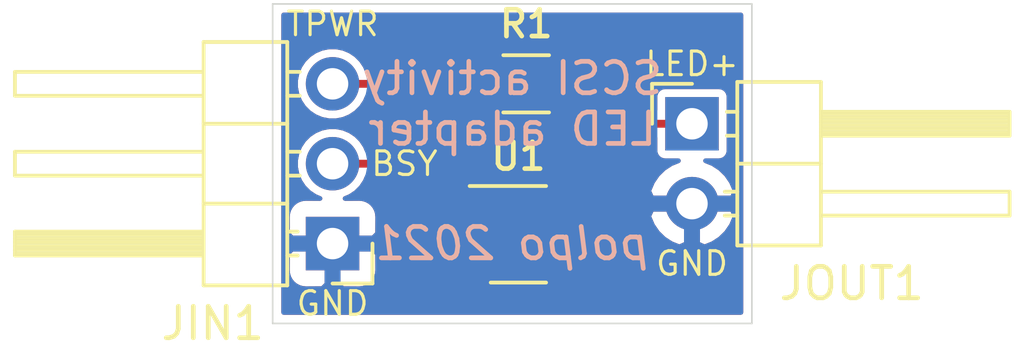
<source format=kicad_pcb>
(kicad_pcb (version 20171130) (host pcbnew "(5.1.10-1-10_14)")

  (general
    (thickness 1.6)
    (drawings 11)
    (tracks 27)
    (zones 0)
    (modules 4)
    (nets 6)
  )

  (page A4)
  (layers
    (0 F.Cu signal)
    (31 B.Cu signal)
    (32 B.Adhes user)
    (33 F.Adhes user)
    (34 B.Paste user)
    (35 F.Paste user)
    (36 B.SilkS user)
    (37 F.SilkS user)
    (38 B.Mask user)
    (39 F.Mask user)
    (40 Dwgs.User user)
    (41 Cmts.User user)
    (42 Eco1.User user)
    (43 Eco2.User user)
    (44 Edge.Cuts user)
    (45 Margin user)
    (46 B.CrtYd user)
    (47 F.CrtYd user hide)
    (48 B.Fab user)
    (49 F.Fab user hide)
  )

  (setup
    (last_trace_width 0.25)
    (trace_clearance 0.2)
    (zone_clearance 0.508)
    (zone_45_only no)
    (trace_min 0.2)
    (via_size 0.8)
    (via_drill 0.4)
    (via_min_size 0.4)
    (via_min_drill 0.3)
    (uvia_size 0.3)
    (uvia_drill 0.1)
    (uvias_allowed no)
    (uvia_min_size 0.2)
    (uvia_min_drill 0.1)
    (edge_width 0.05)
    (segment_width 0.2)
    (pcb_text_width 0.3)
    (pcb_text_size 1.5 1.5)
    (mod_edge_width 0.12)
    (mod_text_size 1 1)
    (mod_text_width 0.15)
    (pad_size 1.524 1.524)
    (pad_drill 0.762)
    (pad_to_mask_clearance 0)
    (aux_axis_origin 0 0)
    (visible_elements FFFFFF7F)
    (pcbplotparams
      (layerselection 0x010fc_ffffffff)
      (usegerberextensions false)
      (usegerberattributes true)
      (usegerberadvancedattributes true)
      (creategerberjobfile true)
      (excludeedgelayer true)
      (linewidth 0.100000)
      (plotframeref false)
      (viasonmask false)
      (mode 1)
      (useauxorigin false)
      (hpglpennumber 1)
      (hpglpenspeed 20)
      (hpglpendiameter 15.000000)
      (psnegative false)
      (psa4output false)
      (plotreference true)
      (plotvalue true)
      (plotinvisibletext false)
      (padsonsilk false)
      (subtractmaskfromsilk false)
      (outputformat 1)
      (mirror false)
      (drillshape 1)
      (scaleselection 1)
      (outputdirectory ""))
  )

  (net 0 "")
  (net 1 GND)
  (net 2 "Net-(JIN1-Pad2)")
  (net 3 VCC)
  (net 4 "Net-(JOUT1-Pad1)")
  (net 5 "Net-(R1-Pad2)")

  (net_class Default "This is the default net class."
    (clearance 0.2)
    (trace_width 0.25)
    (via_dia 0.8)
    (via_drill 0.4)
    (uvia_dia 0.3)
    (uvia_drill 0.1)
    (add_net GND)
    (add_net "Net-(JIN1-Pad2)")
    (add_net "Net-(JOUT1-Pad1)")
    (add_net "Net-(R1-Pad2)")
    (add_net VCC)
  )

  (module Package_TO_SOT_SMD:TSOT-23-5_HandSoldering (layer F.Cu) (tedit 5A02FF57) (tstamp 61897458)
    (at 153.23 69.53)
    (descr "5-pin TSOT23 package, http://cds.linear.com/docs/en/packaging/SOT_5_05-08-1635.pdf")
    (tags "TSOT-23-5 Hand-soldering")
    (path /6189BC0D)
    (attr smd)
    (fp_text reference U1 (at 0 -2.45) (layer F.SilkS)
      (effects (font (size 0.85 0.85) (thickness 0.15)))
    )
    (fp_text value 74AHC1G04 (at 0 2.5) (layer F.Fab)
      (effects (font (size 1 1) (thickness 0.15)))
    )
    (fp_line (start 2.96 1.7) (end -2.96 1.7) (layer F.CrtYd) (width 0.05))
    (fp_line (start 2.96 1.7) (end 2.96 -1.7) (layer F.CrtYd) (width 0.05))
    (fp_line (start -2.96 -1.7) (end -2.96 1.7) (layer F.CrtYd) (width 0.05))
    (fp_line (start -2.96 -1.7) (end 2.96 -1.7) (layer F.CrtYd) (width 0.05))
    (fp_line (start 0.88 -1.45) (end 0.88 1.45) (layer F.Fab) (width 0.1))
    (fp_line (start 0.88 1.45) (end -0.88 1.45) (layer F.Fab) (width 0.1))
    (fp_line (start -0.88 -1) (end -0.88 1.45) (layer F.Fab) (width 0.1))
    (fp_line (start 0.88 -1.45) (end -0.43 -1.45) (layer F.Fab) (width 0.1))
    (fp_line (start -0.88 -1) (end -0.43 -1.45) (layer F.Fab) (width 0.1))
    (fp_line (start 0.88 -1.51) (end -1.55 -1.51) (layer F.SilkS) (width 0.12))
    (fp_line (start -0.88 1.56) (end 0.88 1.56) (layer F.SilkS) (width 0.12))
    (fp_text user %R (at 0 0 90) (layer F.Fab)
      (effects (font (size 0.5 0.5) (thickness 0.075)))
    )
    (pad 5 smd rect (at 1.71 -0.95) (size 2 0.65) (layers F.Cu F.Paste F.Mask)
      (net 3 VCC))
    (pad 4 smd rect (at 1.71 0.95) (size 2 0.65) (layers F.Cu F.Paste F.Mask)
      (net 5 "Net-(R1-Pad2)"))
    (pad 3 smd rect (at -1.71 0.95) (size 2 0.65) (layers F.Cu F.Paste F.Mask)
      (net 1 GND))
    (pad 2 smd rect (at -1.71 0) (size 2 0.65) (layers F.Cu F.Paste F.Mask)
      (net 2 "Net-(JIN1-Pad2)"))
    (pad 1 smd rect (at -1.71 -0.95) (size 2 0.65) (layers F.Cu F.Paste F.Mask))
    (model ${KISYS3DMOD}/Package_TO_SOT_SMD.3dshapes/TSOT-23-5.wrl
      (at (xyz 0 0 0))
      (scale (xyz 1 1 1))
      (rotate (xyz 0 0 0))
    )
  )

  (module Resistor_SMD:R_1206_3216Metric (layer F.Cu) (tedit 5F68FEEE) (tstamp 61897443)
    (at 153.4775 64.77 180)
    (descr "Resistor SMD 1206 (3216 Metric), square (rectangular) end terminal, IPC_7351 nominal, (Body size source: IPC-SM-782 page 72, https://www.pcb-3d.com/wordpress/wp-content/uploads/ipc-sm-782a_amendment_1_and_2.pdf), generated with kicad-footprint-generator")
    (tags resistor)
    (path /6189CF99)
    (attr smd)
    (fp_text reference R1 (at 0 1.905) (layer F.SilkS)
      (effects (font (size 0.85 0.85) (thickness 0.15)))
    )
    (fp_text value 150 (at 0 1.82) (layer F.Fab)
      (effects (font (size 1 1) (thickness 0.15)))
    )
    (fp_line (start 2.28 1.12) (end -2.28 1.12) (layer F.CrtYd) (width 0.05))
    (fp_line (start 2.28 -1.12) (end 2.28 1.12) (layer F.CrtYd) (width 0.05))
    (fp_line (start -2.28 -1.12) (end 2.28 -1.12) (layer F.CrtYd) (width 0.05))
    (fp_line (start -2.28 1.12) (end -2.28 -1.12) (layer F.CrtYd) (width 0.05))
    (fp_line (start -0.727064 0.91) (end 0.727064 0.91) (layer F.SilkS) (width 0.12))
    (fp_line (start -0.727064 -0.91) (end 0.727064 -0.91) (layer F.SilkS) (width 0.12))
    (fp_line (start 1.6 0.8) (end -1.6 0.8) (layer F.Fab) (width 0.1))
    (fp_line (start 1.6 -0.8) (end 1.6 0.8) (layer F.Fab) (width 0.1))
    (fp_line (start -1.6 -0.8) (end 1.6 -0.8) (layer F.Fab) (width 0.1))
    (fp_line (start -1.6 0.8) (end -1.6 -0.8) (layer F.Fab) (width 0.1))
    (fp_text user %R (at 0 0) (layer F.Fab)
      (effects (font (size 0.8 0.8) (thickness 0.12)))
    )
    (pad 2 smd roundrect (at 1.4625 0 180) (size 1.125 1.75) (layers F.Cu F.Paste F.Mask) (roundrect_rratio 0.222222)
      (net 5 "Net-(R1-Pad2)"))
    (pad 1 smd roundrect (at -1.4625 0 180) (size 1.125 1.75) (layers F.Cu F.Paste F.Mask) (roundrect_rratio 0.222222)
      (net 4 "Net-(JOUT1-Pad1)"))
    (model ${KISYS3DMOD}/Resistor_SMD.3dshapes/R_1206_3216Metric.wrl
      (at (xyz 0 0 0))
      (scale (xyz 1 1 1))
      (rotate (xyz 0 0 0))
    )
  )

  (module Connector_PinHeader_2.54mm:PinHeader_1x02_P2.54mm_Horizontal (layer F.Cu) (tedit 59FED5CB) (tstamp 61897432)
    (at 158.75 66.04)
    (descr "Through hole angled pin header, 1x02, 2.54mm pitch, 6mm pin length, single row")
    (tags "Through hole angled pin header THT 1x02 2.54mm single row")
    (path /6189FB26)
    (fp_text reference JOUT1 (at 5.08 5.08) (layer F.SilkS)
      (effects (font (size 1 1) (thickness 0.15)))
    )
    (fp_text value Conn_01x02_Male (at 4.385 4.81) (layer F.Fab)
      (effects (font (size 1 1) (thickness 0.15)))
    )
    (fp_line (start 10.55 -1.8) (end -1.8 -1.8) (layer F.CrtYd) (width 0.05))
    (fp_line (start 10.55 4.35) (end 10.55 -1.8) (layer F.CrtYd) (width 0.05))
    (fp_line (start -1.8 4.35) (end 10.55 4.35) (layer F.CrtYd) (width 0.05))
    (fp_line (start -1.8 -1.8) (end -1.8 4.35) (layer F.CrtYd) (width 0.05))
    (fp_line (start -1.27 -1.27) (end 0 -1.27) (layer F.SilkS) (width 0.12))
    (fp_line (start -1.27 0) (end -1.27 -1.27) (layer F.SilkS) (width 0.12))
    (fp_line (start 1.042929 2.92) (end 1.44 2.92) (layer F.SilkS) (width 0.12))
    (fp_line (start 1.042929 2.16) (end 1.44 2.16) (layer F.SilkS) (width 0.12))
    (fp_line (start 10.1 2.92) (end 4.1 2.92) (layer F.SilkS) (width 0.12))
    (fp_line (start 10.1 2.16) (end 10.1 2.92) (layer F.SilkS) (width 0.12))
    (fp_line (start 4.1 2.16) (end 10.1 2.16) (layer F.SilkS) (width 0.12))
    (fp_line (start 1.44 1.27) (end 4.1 1.27) (layer F.SilkS) (width 0.12))
    (fp_line (start 1.11 0.38) (end 1.44 0.38) (layer F.SilkS) (width 0.12))
    (fp_line (start 1.11 -0.38) (end 1.44 -0.38) (layer F.SilkS) (width 0.12))
    (fp_line (start 4.1 0.28) (end 10.1 0.28) (layer F.SilkS) (width 0.12))
    (fp_line (start 4.1 0.16) (end 10.1 0.16) (layer F.SilkS) (width 0.12))
    (fp_line (start 4.1 0.04) (end 10.1 0.04) (layer F.SilkS) (width 0.12))
    (fp_line (start 4.1 -0.08) (end 10.1 -0.08) (layer F.SilkS) (width 0.12))
    (fp_line (start 4.1 -0.2) (end 10.1 -0.2) (layer F.SilkS) (width 0.12))
    (fp_line (start 4.1 -0.32) (end 10.1 -0.32) (layer F.SilkS) (width 0.12))
    (fp_line (start 10.1 0.38) (end 4.1 0.38) (layer F.SilkS) (width 0.12))
    (fp_line (start 10.1 -0.38) (end 10.1 0.38) (layer F.SilkS) (width 0.12))
    (fp_line (start 4.1 -0.38) (end 10.1 -0.38) (layer F.SilkS) (width 0.12))
    (fp_line (start 4.1 -1.33) (end 1.44 -1.33) (layer F.SilkS) (width 0.12))
    (fp_line (start 4.1 3.87) (end 4.1 -1.33) (layer F.SilkS) (width 0.12))
    (fp_line (start 1.44 3.87) (end 4.1 3.87) (layer F.SilkS) (width 0.12))
    (fp_line (start 1.44 -1.33) (end 1.44 3.87) (layer F.SilkS) (width 0.12))
    (fp_line (start 4.04 2.86) (end 10.04 2.86) (layer F.Fab) (width 0.1))
    (fp_line (start 10.04 2.22) (end 10.04 2.86) (layer F.Fab) (width 0.1))
    (fp_line (start 4.04 2.22) (end 10.04 2.22) (layer F.Fab) (width 0.1))
    (fp_line (start -0.32 2.86) (end 1.5 2.86) (layer F.Fab) (width 0.1))
    (fp_line (start -0.32 2.22) (end -0.32 2.86) (layer F.Fab) (width 0.1))
    (fp_line (start -0.32 2.22) (end 1.5 2.22) (layer F.Fab) (width 0.1))
    (fp_line (start 4.04 0.32) (end 10.04 0.32) (layer F.Fab) (width 0.1))
    (fp_line (start 10.04 -0.32) (end 10.04 0.32) (layer F.Fab) (width 0.1))
    (fp_line (start 4.04 -0.32) (end 10.04 -0.32) (layer F.Fab) (width 0.1))
    (fp_line (start -0.32 0.32) (end 1.5 0.32) (layer F.Fab) (width 0.1))
    (fp_line (start -0.32 -0.32) (end -0.32 0.32) (layer F.Fab) (width 0.1))
    (fp_line (start -0.32 -0.32) (end 1.5 -0.32) (layer F.Fab) (width 0.1))
    (fp_line (start 1.5 -0.635) (end 2.135 -1.27) (layer F.Fab) (width 0.1))
    (fp_line (start 1.5 3.81) (end 1.5 -0.635) (layer F.Fab) (width 0.1))
    (fp_line (start 4.04 3.81) (end 1.5 3.81) (layer F.Fab) (width 0.1))
    (fp_line (start 4.04 -1.27) (end 4.04 3.81) (layer F.Fab) (width 0.1))
    (fp_line (start 2.135 -1.27) (end 4.04 -1.27) (layer F.Fab) (width 0.1))
    (fp_text user %R (at 2.77 1.27 90) (layer F.Fab)
      (effects (font (size 1 1) (thickness 0.15)))
    )
    (pad 2 thru_hole oval (at 0 2.54) (size 1.7 1.7) (drill 1) (layers *.Cu *.Mask)
      (net 1 GND))
    (pad 1 thru_hole rect (at 0 0) (size 1.7 1.7) (drill 1) (layers *.Cu *.Mask)
      (net 4 "Net-(JOUT1-Pad1)"))
    (model ${KISYS3DMOD}/Connector_PinHeader_2.54mm.3dshapes/PinHeader_1x02_P2.54mm_Horizontal.wrl
      (at (xyz 0 0 0))
      (scale (xyz 1 1 1))
      (rotate (xyz 0 0 0))
    )
  )

  (module Connector_PinHeader_2.54mm:PinHeader_1x03_P2.54mm_Horizontal (layer F.Cu) (tedit 59FED5CB) (tstamp 618973FF)
    (at 147.32 69.85 180)
    (descr "Through hole angled pin header, 1x03, 2.54mm pitch, 6mm pin length, single row")
    (tags "Through hole angled pin header THT 1x03 2.54mm single row")
    (path /6189E927)
    (fp_text reference JIN1 (at 3.81 -2.54) (layer F.SilkS)
      (effects (font (size 1 1) (thickness 0.15)))
    )
    (fp_text value Conn_01x03_Male (at 4.385 7.35) (layer F.Fab)
      (effects (font (size 1 1) (thickness 0.15)))
    )
    (fp_line (start 10.55 -1.8) (end -1.8 -1.8) (layer F.CrtYd) (width 0.05))
    (fp_line (start 10.55 6.85) (end 10.55 -1.8) (layer F.CrtYd) (width 0.05))
    (fp_line (start -1.8 6.85) (end 10.55 6.85) (layer F.CrtYd) (width 0.05))
    (fp_line (start -1.8 -1.8) (end -1.8 6.85) (layer F.CrtYd) (width 0.05))
    (fp_line (start -1.27 -1.27) (end 0 -1.27) (layer F.SilkS) (width 0.12))
    (fp_line (start -1.27 0) (end -1.27 -1.27) (layer F.SilkS) (width 0.12))
    (fp_line (start 1.042929 5.46) (end 1.44 5.46) (layer F.SilkS) (width 0.12))
    (fp_line (start 1.042929 4.7) (end 1.44 4.7) (layer F.SilkS) (width 0.12))
    (fp_line (start 10.1 5.46) (end 4.1 5.46) (layer F.SilkS) (width 0.12))
    (fp_line (start 10.1 4.7) (end 10.1 5.46) (layer F.SilkS) (width 0.12))
    (fp_line (start 4.1 4.7) (end 10.1 4.7) (layer F.SilkS) (width 0.12))
    (fp_line (start 1.44 3.81) (end 4.1 3.81) (layer F.SilkS) (width 0.12))
    (fp_line (start 1.042929 2.92) (end 1.44 2.92) (layer F.SilkS) (width 0.12))
    (fp_line (start 1.042929 2.16) (end 1.44 2.16) (layer F.SilkS) (width 0.12))
    (fp_line (start 10.1 2.92) (end 4.1 2.92) (layer F.SilkS) (width 0.12))
    (fp_line (start 10.1 2.16) (end 10.1 2.92) (layer F.SilkS) (width 0.12))
    (fp_line (start 4.1 2.16) (end 10.1 2.16) (layer F.SilkS) (width 0.12))
    (fp_line (start 1.44 1.27) (end 4.1 1.27) (layer F.SilkS) (width 0.12))
    (fp_line (start 1.11 0.38) (end 1.44 0.38) (layer F.SilkS) (width 0.12))
    (fp_line (start 1.11 -0.38) (end 1.44 -0.38) (layer F.SilkS) (width 0.12))
    (fp_line (start 4.1 0.28) (end 10.1 0.28) (layer F.SilkS) (width 0.12))
    (fp_line (start 4.1 0.16) (end 10.1 0.16) (layer F.SilkS) (width 0.12))
    (fp_line (start 4.1 0.04) (end 10.1 0.04) (layer F.SilkS) (width 0.12))
    (fp_line (start 4.1 -0.08) (end 10.1 -0.08) (layer F.SilkS) (width 0.12))
    (fp_line (start 4.1 -0.2) (end 10.1 -0.2) (layer F.SilkS) (width 0.12))
    (fp_line (start 4.1 -0.32) (end 10.1 -0.32) (layer F.SilkS) (width 0.12))
    (fp_line (start 10.1 0.38) (end 4.1 0.38) (layer F.SilkS) (width 0.12))
    (fp_line (start 10.1 -0.38) (end 10.1 0.38) (layer F.SilkS) (width 0.12))
    (fp_line (start 4.1 -0.38) (end 10.1 -0.38) (layer F.SilkS) (width 0.12))
    (fp_line (start 4.1 -1.33) (end 1.44 -1.33) (layer F.SilkS) (width 0.12))
    (fp_line (start 4.1 6.41) (end 4.1 -1.33) (layer F.SilkS) (width 0.12))
    (fp_line (start 1.44 6.41) (end 4.1 6.41) (layer F.SilkS) (width 0.12))
    (fp_line (start 1.44 -1.33) (end 1.44 6.41) (layer F.SilkS) (width 0.12))
    (fp_line (start 4.04 5.4) (end 10.04 5.4) (layer F.Fab) (width 0.1))
    (fp_line (start 10.04 4.76) (end 10.04 5.4) (layer F.Fab) (width 0.1))
    (fp_line (start 4.04 4.76) (end 10.04 4.76) (layer F.Fab) (width 0.1))
    (fp_line (start -0.32 5.4) (end 1.5 5.4) (layer F.Fab) (width 0.1))
    (fp_line (start -0.32 4.76) (end -0.32 5.4) (layer F.Fab) (width 0.1))
    (fp_line (start -0.32 4.76) (end 1.5 4.76) (layer F.Fab) (width 0.1))
    (fp_line (start 4.04 2.86) (end 10.04 2.86) (layer F.Fab) (width 0.1))
    (fp_line (start 10.04 2.22) (end 10.04 2.86) (layer F.Fab) (width 0.1))
    (fp_line (start 4.04 2.22) (end 10.04 2.22) (layer F.Fab) (width 0.1))
    (fp_line (start -0.32 2.86) (end 1.5 2.86) (layer F.Fab) (width 0.1))
    (fp_line (start -0.32 2.22) (end -0.32 2.86) (layer F.Fab) (width 0.1))
    (fp_line (start -0.32 2.22) (end 1.5 2.22) (layer F.Fab) (width 0.1))
    (fp_line (start 4.04 0.32) (end 10.04 0.32) (layer F.Fab) (width 0.1))
    (fp_line (start 10.04 -0.32) (end 10.04 0.32) (layer F.Fab) (width 0.1))
    (fp_line (start 4.04 -0.32) (end 10.04 -0.32) (layer F.Fab) (width 0.1))
    (fp_line (start -0.32 0.32) (end 1.5 0.32) (layer F.Fab) (width 0.1))
    (fp_line (start -0.32 -0.32) (end -0.32 0.32) (layer F.Fab) (width 0.1))
    (fp_line (start -0.32 -0.32) (end 1.5 -0.32) (layer F.Fab) (width 0.1))
    (fp_line (start 1.5 -0.635) (end 2.135 -1.27) (layer F.Fab) (width 0.1))
    (fp_line (start 1.5 6.35) (end 1.5 -0.635) (layer F.Fab) (width 0.1))
    (fp_line (start 4.04 6.35) (end 1.5 6.35) (layer F.Fab) (width 0.1))
    (fp_line (start 4.04 -1.27) (end 4.04 6.35) (layer F.Fab) (width 0.1))
    (fp_line (start 2.135 -1.27) (end 4.04 -1.27) (layer F.Fab) (width 0.1))
    (fp_text user %R (at 2.77 2.54 90) (layer F.Fab)
      (effects (font (size 1 1) (thickness 0.15)))
    )
    (pad 3 thru_hole oval (at 0 5.08 180) (size 1.7 1.7) (drill 1) (layers *.Cu *.Mask)
      (net 3 VCC))
    (pad 2 thru_hole oval (at 0 2.54 180) (size 1.7 1.7) (drill 1) (layers *.Cu *.Mask)
      (net 2 "Net-(JIN1-Pad2)"))
    (pad 1 thru_hole rect (at 0 0 180) (size 1.7 1.7) (drill 1) (layers *.Cu *.Mask)
      (net 1 GND))
    (model ${KISYS3DMOD}/Connector_PinHeader_2.54mm.3dshapes/PinHeader_1x03_P2.54mm_Horizontal.wrl
      (at (xyz 0 0 0))
      (scale (xyz 1 1 1))
      (rotate (xyz 0 0 0))
    )
  )

  (gr_line (start 145.415 62.23) (end 145.415 72.39) (layer Edge.Cuts) (width 0.05) (tstamp 6189E2C2))
  (gr_line (start 160.655 72.39) (end 160.655 62.23) (layer Edge.Cuts) (width 0.05) (tstamp 6189E2C1))
  (gr_line (start 145.415 72.39) (end 160.655 72.39) (layer Edge.Cuts) (width 0.05))
  (gr_text "polpo 2021" (at 153.035 69.85) (layer B.SilkS)
    (effects (font (size 1 1) (thickness 0.15) italic) (justify mirror))
  )
  (gr_text "SCSI activity\nLED adapter" (at 153.035 65.405) (layer B.SilkS)
    (effects (font (size 1 1) (thickness 0.15)) (justify mirror))
  )
  (gr_text LED+ (at 158.75 64.135) (layer F.SilkS)
    (effects (font (size 0.75 0.75) (thickness 0.1)))
  )
  (gr_text GND (at 158.75 70.485) (layer F.SilkS) (tstamp 61898293)
    (effects (font (size 0.75 0.75) (thickness 0.1)))
  )
  (gr_text BSY (at 149.606 67.31) (layer F.SilkS)
    (effects (font (size 0.75 0.75) (thickness 0.1)))
  )
  (gr_text TPWR (at 147.32 62.865) (layer F.SilkS)
    (effects (font (size 0.75 0.75) (thickness 0.1)))
  )
  (gr_text GND (at 147.32 71.755) (layer F.SilkS)
    (effects (font (size 0.75 0.75) (thickness 0.1)))
  )
  (gr_line (start 145.415 62.23) (end 160.655 62.23) (layer Edge.Cuts) (width 0.05))

  (segment (start 147.32 69.85) (end 148.59 69.85) (width 0.25) (layer F.Cu) (net 1))
  (segment (start 149.22 70.48) (end 151.52 70.48) (width 0.25) (layer F.Cu) (net 1))
  (segment (start 148.59 69.85) (end 149.22 70.48) (width 0.25) (layer F.Cu) (net 1))
  (segment (start 156.845 71.755) (end 158.75 69.85) (width 0.25) (layer F.Cu) (net 1))
  (segment (start 153.67 71.755) (end 156.845 71.755) (width 0.25) (layer F.Cu) (net 1))
  (segment (start 158.75 69.85) (end 158.75 68.58) (width 0.25) (layer F.Cu) (net 1))
  (segment (start 152.395 70.48) (end 153.67 71.755) (width 0.25) (layer F.Cu) (net 1))
  (segment (start 151.52 70.48) (end 152.395 70.48) (width 0.25) (layer F.Cu) (net 1))
  (segment (start 147.32 67.31) (end 148.59 67.31) (width 0.25) (layer F.Cu) (net 2))
  (segment (start 148.59 67.31) (end 149.225 67.945) (width 0.25) (layer F.Cu) (net 2))
  (segment (start 150.559998 69.53) (end 151.52 69.53) (width 0.25) (layer F.Cu) (net 2))
  (segment (start 149.225 68.195002) (end 150.559998 69.53) (width 0.25) (layer F.Cu) (net 2))
  (segment (start 149.225 67.945) (end 149.225 68.195002) (width 0.25) (layer F.Cu) (net 2))
  (segment (start 147.32 64.77) (end 148.59 64.77) (width 0.25) (layer F.Cu) (net 3))
  (segment (start 148.59 64.77) (end 151.13 67.31) (width 0.25) (layer F.Cu) (net 3))
  (segment (start 153.67 67.31) (end 154.94 68.58) (width 0.25) (layer F.Cu) (net 3))
  (segment (start 151.13 67.31) (end 153.67 67.31) (width 0.25) (layer F.Cu) (net 3))
  (segment (start 154.94 64.77) (end 155.575 64.77) (width 0.25) (layer F.Cu) (net 4))
  (segment (start 156.845 66.04) (end 158.75 66.04) (width 0.25) (layer F.Cu) (net 4))
  (segment (start 155.575 64.77) (end 156.845 66.04) (width 0.25) (layer F.Cu) (net 4))
  (segment (start 156.845 67.31) (end 156.21 66.675) (width 0.25) (layer F.Cu) (net 5))
  (segment (start 156.845 69.84) (end 156.845 67.31) (width 0.25) (layer F.Cu) (net 5))
  (segment (start 152.4 64.77) (end 152.015 64.77) (width 0.25) (layer F.Cu) (net 5))
  (segment (start 156.21 66.675) (end 154.305 66.675) (width 0.25) (layer F.Cu) (net 5))
  (segment (start 154.305 66.675) (end 152.4 64.77) (width 0.25) (layer F.Cu) (net 5))
  (segment (start 156.205 70.48) (end 156.845 69.84) (width 0.25) (layer F.Cu) (net 5))
  (segment (start 154.94 70.48) (end 156.205 70.48) (width 0.25) (layer F.Cu) (net 5))

  (zone (net 1) (net_name GND) (layer F.Cu) (tstamp 0) (hatch edge 0.508)
    (connect_pads (clearance 0.25))
    (min_thickness 0.15)
    (fill yes (arc_segments 32) (thermal_gap 0.508) (thermal_bridge_width 0.508))
    (polygon
      (pts
        (xy 160.655 72.39) (xy 145.415 72.39) (xy 145.415 62.23) (xy 160.655 62.23)
      )
    )
    (filled_polygon
      (pts
        (xy 160.305 72.04) (xy 145.765 72.04) (xy 145.765 70.7) (xy 145.884179 70.7) (xy 145.895435 70.814288)
        (xy 145.928772 70.924184) (xy 145.982908 71.025465) (xy 146.055762 71.114238) (xy 146.144535 71.187092) (xy 146.245816 71.241228)
        (xy 146.355712 71.274565) (xy 146.47 71.285821) (xy 146.99525 71.283) (xy 147.141 71.13725) (xy 147.141 70.029)
        (xy 147.499 70.029) (xy 147.499 71.13725) (xy 147.64475 71.283) (xy 148.17 71.285821) (xy 148.284288 71.274565)
        (xy 148.394184 71.241228) (xy 148.495465 71.187092) (xy 148.584238 71.114238) (xy 148.657092 71.025465) (xy 148.711228 70.924184)
        (xy 148.744565 70.814288) (xy 148.745479 70.805) (xy 149.934179 70.805) (xy 149.945435 70.919288) (xy 149.978772 71.029184)
        (xy 150.032908 71.130465) (xy 150.105762 71.219238) (xy 150.194535 71.292092) (xy 150.295816 71.346228) (xy 150.405712 71.379565)
        (xy 150.52 71.390821) (xy 151.19525 71.388) (xy 151.341 71.24225) (xy 151.341 70.659) (xy 151.699 70.659)
        (xy 151.699 71.24225) (xy 151.84475 71.388) (xy 152.52 71.390821) (xy 152.634288 71.379565) (xy 152.744184 71.346228)
        (xy 152.845465 71.292092) (xy 152.934238 71.219238) (xy 153.007092 71.130465) (xy 153.061228 71.029184) (xy 153.094565 70.919288)
        (xy 153.105821 70.805) (xy 153.103 70.80475) (xy 152.95725 70.659) (xy 151.699 70.659) (xy 151.341 70.659)
        (xy 150.08275 70.659) (xy 149.937 70.80475) (xy 149.934179 70.805) (xy 148.745479 70.805) (xy 148.755821 70.7)
        (xy 148.753 70.17475) (xy 148.60725 70.029) (xy 147.499 70.029) (xy 147.141 70.029) (xy 146.03275 70.029)
        (xy 145.887 70.17475) (xy 145.884179 70.7) (xy 145.765 70.7) (xy 145.765 69) (xy 145.884179 69)
        (xy 145.887 69.52525) (xy 146.03275 69.671) (xy 147.141 69.671) (xy 147.141 69.651) (xy 147.499 69.651)
        (xy 147.499 69.671) (xy 148.60725 69.671) (xy 148.753 69.52525) (xy 148.755821 69) (xy 148.744565 68.885712)
        (xy 148.711228 68.775816) (xy 148.657092 68.674535) (xy 148.584238 68.585762) (xy 148.495465 68.512908) (xy 148.394184 68.458772)
        (xy 148.284288 68.425435) (xy 148.17 68.414179) (xy 147.718848 68.416602) (xy 147.876571 68.351271) (xy 148.069019 68.222682)
        (xy 148.232682 68.059019) (xy 148.361271 67.866571) (xy 148.404884 67.76128) (xy 148.775 68.131396) (xy 148.775 68.172908)
        (xy 148.772824 68.195002) (xy 148.775 68.217096) (xy 148.775 68.217107) (xy 148.781511 68.283217) (xy 148.807243 68.368043)
        (xy 148.821799 68.395273) (xy 148.849029 68.446218) (xy 148.891172 68.497569) (xy 148.891177 68.497574) (xy 148.905264 68.514739)
        (xy 148.922429 68.528826) (xy 150.121472 69.727869) (xy 150.105762 69.740762) (xy 150.032908 69.829535) (xy 149.978772 69.930816)
        (xy 149.945435 70.040712) (xy 149.934179 70.155) (xy 149.937 70.15525) (xy 150.08275 70.301) (xy 151.341 70.301)
        (xy 151.341 70.281) (xy 151.699 70.281) (xy 151.699 70.301) (xy 152.95725 70.301) (xy 153.103 70.15525)
        (xy 153.105821 70.155) (xy 153.094565 70.040712) (xy 153.061228 69.930816) (xy 153.007092 69.829535) (xy 152.934238 69.740762)
        (xy 152.846572 69.668816) (xy 152.846572 69.205) (xy 152.840297 69.141289) (xy 152.821713 69.080026) (xy 152.808337 69.055)
        (xy 152.821713 69.029974) (xy 152.840297 68.968711) (xy 152.846572 68.905) (xy 152.846572 68.255) (xy 152.840297 68.191289)
        (xy 152.821713 68.130026) (xy 152.791535 68.073566) (xy 152.750921 68.024079) (xy 152.701434 67.983465) (xy 152.644974 67.953287)
        (xy 152.583711 67.934703) (xy 152.52 67.928428) (xy 150.52 67.928428) (xy 150.456289 67.934703) (xy 150.395026 67.953287)
        (xy 150.338566 67.983465) (xy 150.289079 68.024079) (xy 150.248465 68.073566) (xy 150.218287 68.130026) (xy 150.199703 68.191289)
        (xy 150.193428 68.255) (xy 150.193428 68.527035) (xy 149.675 68.008607) (xy 149.675 67.967094) (xy 149.677176 67.945)
        (xy 149.675 67.922906) (xy 149.675 67.922895) (xy 149.668489 67.856785) (xy 149.642757 67.771959) (xy 149.636365 67.76)
        (xy 149.600971 67.693783) (xy 149.558828 67.642432) (xy 149.558824 67.642428) (xy 149.544737 67.625263) (xy 149.527573 67.611177)
        (xy 148.923827 67.007432) (xy 148.909737 66.990263) (xy 148.841216 66.934029) (xy 148.763041 66.892243) (xy 148.678215 66.866511)
        (xy 148.612105 66.86) (xy 148.612094 66.86) (xy 148.59 66.857824) (xy 148.567906 66.86) (xy 148.405414 66.86)
        (xy 148.361271 66.753429) (xy 148.232682 66.560981) (xy 148.069019 66.397318) (xy 147.876571 66.268729) (xy 147.662735 66.180155)
        (xy 147.435727 66.135) (xy 147.204273 66.135) (xy 146.977265 66.180155) (xy 146.763429 66.268729) (xy 146.570981 66.397318)
        (xy 146.407318 66.560981) (xy 146.278729 66.753429) (xy 146.190155 66.967265) (xy 146.145 67.194273) (xy 146.145 67.425727)
        (xy 146.190155 67.652735) (xy 146.278729 67.866571) (xy 146.407318 68.059019) (xy 146.570981 68.222682) (xy 146.763429 68.351271)
        (xy 146.921152 68.416602) (xy 146.47 68.414179) (xy 146.355712 68.425435) (xy 146.245816 68.458772) (xy 146.144535 68.512908)
        (xy 146.055762 68.585762) (xy 145.982908 68.674535) (xy 145.928772 68.775816) (xy 145.895435 68.885712) (xy 145.884179 69)
        (xy 145.765 69) (xy 145.765 64.654273) (xy 146.145 64.654273) (xy 146.145 64.885727) (xy 146.190155 65.112735)
        (xy 146.278729 65.326571) (xy 146.407318 65.519019) (xy 146.570981 65.682682) (xy 146.763429 65.811271) (xy 146.977265 65.899845)
        (xy 147.204273 65.945) (xy 147.435727 65.945) (xy 147.662735 65.899845) (xy 147.876571 65.811271) (xy 148.069019 65.682682)
        (xy 148.232682 65.519019) (xy 148.361271 65.326571) (xy 148.404884 65.221279) (xy 150.796176 67.612572) (xy 150.810263 67.629737)
        (xy 150.827428 67.643824) (xy 150.827432 67.643828) (xy 150.878783 67.685971) (xy 150.906014 67.700526) (xy 150.956959 67.727757)
        (xy 151.041785 67.753489) (xy 151.107895 67.76) (xy 151.107907 67.76) (xy 151.129999 67.762176) (xy 151.152091 67.76)
        (xy 153.483605 67.76) (xy 153.730282 68.006678) (xy 153.709079 68.024079) (xy 153.668465 68.073566) (xy 153.638287 68.130026)
        (xy 153.619703 68.191289) (xy 153.613428 68.255) (xy 153.613428 68.905) (xy 153.619703 68.968711) (xy 153.638287 69.029974)
        (xy 153.668465 69.086434) (xy 153.709079 69.135921) (xy 153.758566 69.176535) (xy 153.815026 69.206713) (xy 153.876289 69.225297)
        (xy 153.94 69.231572) (xy 155.94 69.231572) (xy 156.003711 69.225297) (xy 156.064974 69.206713) (xy 156.121434 69.176535)
        (xy 156.170921 69.135921) (xy 156.211535 69.086434) (xy 156.241713 69.029974) (xy 156.260297 68.968711) (xy 156.266572 68.905)
        (xy 156.266572 68.255) (xy 156.260297 68.191289) (xy 156.241713 68.130026) (xy 156.211535 68.073566) (xy 156.170921 68.024079)
        (xy 156.121434 67.983465) (xy 156.064974 67.953287) (xy 156.003711 67.934703) (xy 155.94 67.928428) (xy 154.924824 67.928428)
        (xy 154.017997 67.021602) (xy 154.053783 67.050971) (xy 154.092067 67.071434) (xy 154.131959 67.092757) (xy 154.216785 67.118489)
        (xy 154.282895 67.125) (xy 154.282906 67.125) (xy 154.305 67.127176) (xy 154.327094 67.125) (xy 156.023605 67.125)
        (xy 156.395001 67.496397) (xy 156.395 69.653604) (xy 156.145439 69.903166) (xy 156.121434 69.883465) (xy 156.064974 69.853287)
        (xy 156.003711 69.834703) (xy 155.94 69.828428) (xy 153.94 69.828428) (xy 153.876289 69.834703) (xy 153.815026 69.853287)
        (xy 153.758566 69.883465) (xy 153.709079 69.924079) (xy 153.668465 69.973566) (xy 153.638287 70.030026) (xy 153.619703 70.091289)
        (xy 153.613428 70.155) (xy 153.613428 70.805) (xy 153.619703 70.868711) (xy 153.638287 70.929974) (xy 153.668465 70.986434)
        (xy 153.709079 71.035921) (xy 153.758566 71.076535) (xy 153.815026 71.106713) (xy 153.876289 71.125297) (xy 153.94 71.131572)
        (xy 155.94 71.131572) (xy 156.003711 71.125297) (xy 156.064974 71.106713) (xy 156.121434 71.076535) (xy 156.170921 71.035921)
        (xy 156.211535 70.986434) (xy 156.241713 70.929974) (xy 156.242155 70.928518) (xy 156.293215 70.923489) (xy 156.378041 70.897757)
        (xy 156.456216 70.855971) (xy 156.524737 70.799737) (xy 156.538828 70.782567) (xy 157.147573 70.173823) (xy 157.164737 70.159737)
        (xy 157.178824 70.142572) (xy 157.178828 70.142568) (xy 157.220971 70.091217) (xy 157.262757 70.013041) (xy 157.27278 69.98)
        (xy 157.288489 69.928215) (xy 157.295 69.862105) (xy 157.295 69.862094) (xy 157.297176 69.84) (xy 157.295 69.817906)
        (xy 157.295 68.979211) (xy 157.37373 68.979211) (xy 157.383877 69.012685) (xy 157.494539 69.270889) (xy 157.653448 69.502542)
        (xy 157.854497 69.698742) (xy 158.08996 69.85195) (xy 158.350788 69.956277) (xy 158.571 69.856033) (xy 158.571 68.759)
        (xy 158.929 68.759) (xy 158.929 69.856033) (xy 159.149212 69.956277) (xy 159.41004 69.85195) (xy 159.645503 69.698742)
        (xy 159.846552 69.502542) (xy 160.005461 69.270889) (xy 160.116123 69.012685) (xy 160.12627 68.979211) (xy 160.024744 68.759)
        (xy 158.929 68.759) (xy 158.571 68.759) (xy 157.475256 68.759) (xy 157.37373 68.979211) (xy 157.295 68.979211)
        (xy 157.295 67.332094) (xy 157.297176 67.31) (xy 157.295 67.287906) (xy 157.295 67.287895) (xy 157.288489 67.221785)
        (xy 157.262757 67.136959) (xy 157.254184 67.120921) (xy 157.220971 67.058783) (xy 157.178828 67.007432) (xy 157.178824 67.007428)
        (xy 157.164737 66.990263) (xy 157.147572 66.976176) (xy 156.557997 66.386602) (xy 156.593783 66.415971) (xy 156.671959 66.457757)
        (xy 156.756785 66.483489) (xy 156.822895 66.49) (xy 156.822905 66.49) (xy 156.844999 66.492176) (xy 156.867093 66.49)
        (xy 157.573428 66.49) (xy 157.573428 66.89) (xy 157.579703 66.953711) (xy 157.598287 67.014974) (xy 157.628465 67.071434)
        (xy 157.669079 67.120921) (xy 157.718566 67.161535) (xy 157.775026 67.191713) (xy 157.836289 67.210297) (xy 157.9 67.216572)
        (xy 158.318664 67.216572) (xy 158.08996 67.30805) (xy 157.854497 67.461258) (xy 157.653448 67.657458) (xy 157.494539 67.889111)
        (xy 157.383877 68.147315) (xy 157.37373 68.180789) (xy 157.475256 68.401) (xy 158.571 68.401) (xy 158.571 68.381)
        (xy 158.929 68.381) (xy 158.929 68.401) (xy 160.024744 68.401) (xy 160.12627 68.180789) (xy 160.116123 68.147315)
        (xy 160.005461 67.889111) (xy 159.846552 67.657458) (xy 159.645503 67.461258) (xy 159.41004 67.30805) (xy 159.181336 67.216572)
        (xy 159.6 67.216572) (xy 159.663711 67.210297) (xy 159.724974 67.191713) (xy 159.781434 67.161535) (xy 159.830921 67.120921)
        (xy 159.871535 67.071434) (xy 159.901713 67.014974) (xy 159.920297 66.953711) (xy 159.926572 66.89) (xy 159.926572 65.19)
        (xy 159.920297 65.126289) (xy 159.901713 65.065026) (xy 159.871535 65.008566) (xy 159.830921 64.959079) (xy 159.781434 64.918465)
        (xy 159.724974 64.888287) (xy 159.663711 64.869703) (xy 159.6 64.863428) (xy 157.9 64.863428) (xy 157.836289 64.869703)
        (xy 157.775026 64.888287) (xy 157.718566 64.918465) (xy 157.669079 64.959079) (xy 157.628465 65.008566) (xy 157.598287 65.065026)
        (xy 157.579703 65.126289) (xy 157.573428 65.19) (xy 157.573428 65.59) (xy 157.031396 65.59) (xy 155.908829 64.467434)
        (xy 155.894737 64.450263) (xy 155.829072 64.396373) (xy 155.829072 64.144999) (xy 155.817993 64.032516) (xy 155.785183 63.924355)
        (xy 155.731902 63.824673) (xy 155.660198 63.737302) (xy 155.572827 63.665598) (xy 155.473145 63.612317) (xy 155.364984 63.579507)
        (xy 155.252501 63.568428) (xy 154.627499 63.568428) (xy 154.515016 63.579507) (xy 154.406855 63.612317) (xy 154.307173 63.665598)
        (xy 154.219802 63.737302) (xy 154.148098 63.824673) (xy 154.094817 63.924355) (xy 154.062007 64.032516) (xy 154.050928 64.144999)
        (xy 154.050928 65.395001) (xy 154.062007 65.507484) (xy 154.094817 65.615645) (xy 154.148098 65.715327) (xy 154.219802 65.802698)
        (xy 154.307173 65.874402) (xy 154.406855 65.927683) (xy 154.515016 65.960493) (xy 154.627499 65.971572) (xy 155.252501 65.971572)
        (xy 155.364984 65.960493) (xy 155.473145 65.927683) (xy 155.572827 65.874402) (xy 155.660198 65.802698) (xy 155.731902 65.715327)
        (xy 155.784858 65.616253) (xy 156.497002 66.328398) (xy 156.461216 66.299029) (xy 156.383041 66.257243) (xy 156.298215 66.231511)
        (xy 156.232105 66.225) (xy 156.232094 66.225) (xy 156.21 66.222824) (xy 156.187906 66.225) (xy 154.491396 66.225)
        (xy 152.904072 64.637677) (xy 152.904072 64.144999) (xy 152.892993 64.032516) (xy 152.860183 63.924355) (xy 152.806902 63.824673)
        (xy 152.735198 63.737302) (xy 152.647827 63.665598) (xy 152.548145 63.612317) (xy 152.439984 63.579507) (xy 152.327501 63.568428)
        (xy 151.702499 63.568428) (xy 151.590016 63.579507) (xy 151.481855 63.612317) (xy 151.382173 63.665598) (xy 151.294802 63.737302)
        (xy 151.223098 63.824673) (xy 151.169817 63.924355) (xy 151.137007 64.032516) (xy 151.125928 64.144999) (xy 151.125928 65.395001)
        (xy 151.137007 65.507484) (xy 151.169817 65.615645) (xy 151.223098 65.715327) (xy 151.294802 65.802698) (xy 151.382173 65.874402)
        (xy 151.481855 65.927683) (xy 151.590016 65.960493) (xy 151.702499 65.971572) (xy 152.327501 65.971572) (xy 152.439984 65.960493)
        (xy 152.548145 65.927683) (xy 152.647827 65.874402) (xy 152.735198 65.802698) (xy 152.762741 65.769137) (xy 153.957002 66.963398)
        (xy 153.921216 66.934029) (xy 153.843041 66.892243) (xy 153.758215 66.866511) (xy 153.692105 66.86) (xy 153.692094 66.86)
        (xy 153.67 66.857824) (xy 153.647906 66.86) (xy 151.316396 66.86) (xy 148.923829 64.467434) (xy 148.909737 64.450263)
        (xy 148.841216 64.394029) (xy 148.763041 64.352243) (xy 148.678215 64.326511) (xy 148.612105 64.32) (xy 148.612094 64.32)
        (xy 148.59 64.317824) (xy 148.567906 64.32) (xy 148.405414 64.32) (xy 148.361271 64.213429) (xy 148.232682 64.020981)
        (xy 148.069019 63.857318) (xy 147.876571 63.728729) (xy 147.662735 63.640155) (xy 147.435727 63.595) (xy 147.204273 63.595)
        (xy 146.977265 63.640155) (xy 146.763429 63.728729) (xy 146.570981 63.857318) (xy 146.407318 64.020981) (xy 146.278729 64.213429)
        (xy 146.190155 64.427265) (xy 146.145 64.654273) (xy 145.765 64.654273) (xy 145.765 62.58) (xy 160.305001 62.58)
      )
    )
  )
  (zone (net 1) (net_name GND) (layer B.Cu) (tstamp 0) (hatch edge 0.508)
    (connect_pads (clearance 0.25))
    (min_thickness 0.15)
    (fill yes (arc_segments 32) (thermal_gap 0.508) (thermal_bridge_width 0.508))
    (polygon
      (pts
        (xy 160.655 72.39) (xy 145.415 72.39) (xy 145.415 62.23) (xy 160.655 62.23)
      )
    )
    (filled_polygon
      (pts
        (xy 160.305 72.04) (xy 145.765 72.04) (xy 145.765 70.7) (xy 145.884179 70.7) (xy 145.895435 70.814288)
        (xy 145.928772 70.924184) (xy 145.982908 71.025465) (xy 146.055762 71.114238) (xy 146.144535 71.187092) (xy 146.245816 71.241228)
        (xy 146.355712 71.274565) (xy 146.47 71.285821) (xy 146.99525 71.283) (xy 147.141 71.13725) (xy 147.141 70.029)
        (xy 147.499 70.029) (xy 147.499 71.13725) (xy 147.64475 71.283) (xy 148.17 71.285821) (xy 148.284288 71.274565)
        (xy 148.394184 71.241228) (xy 148.495465 71.187092) (xy 148.584238 71.114238) (xy 148.657092 71.025465) (xy 148.711228 70.924184)
        (xy 148.744565 70.814288) (xy 148.755821 70.7) (xy 148.753 70.17475) (xy 148.60725 70.029) (xy 147.499 70.029)
        (xy 147.141 70.029) (xy 146.03275 70.029) (xy 145.887 70.17475) (xy 145.884179 70.7) (xy 145.765 70.7)
        (xy 145.765 69) (xy 145.884179 69) (xy 145.887 69.52525) (xy 146.03275 69.671) (xy 147.141 69.671)
        (xy 147.141 69.651) (xy 147.499 69.651) (xy 147.499 69.671) (xy 148.60725 69.671) (xy 148.753 69.52525)
        (xy 148.755821 69) (xy 148.753774 68.979211) (xy 157.37373 68.979211) (xy 157.383877 69.012685) (xy 157.494539 69.270889)
        (xy 157.653448 69.502542) (xy 157.854497 69.698742) (xy 158.08996 69.85195) (xy 158.350788 69.956277) (xy 158.571 69.856033)
        (xy 158.571 68.759) (xy 158.929 68.759) (xy 158.929 69.856033) (xy 159.149212 69.956277) (xy 159.41004 69.85195)
        (xy 159.645503 69.698742) (xy 159.846552 69.502542) (xy 160.005461 69.270889) (xy 160.116123 69.012685) (xy 160.12627 68.979211)
        (xy 160.024744 68.759) (xy 158.929 68.759) (xy 158.571 68.759) (xy 157.475256 68.759) (xy 157.37373 68.979211)
        (xy 148.753774 68.979211) (xy 148.744565 68.885712) (xy 148.711228 68.775816) (xy 148.657092 68.674535) (xy 148.584238 68.585762)
        (xy 148.495465 68.512908) (xy 148.394184 68.458772) (xy 148.284288 68.425435) (xy 148.17 68.414179) (xy 147.718848 68.416602)
        (xy 147.876571 68.351271) (xy 148.069019 68.222682) (xy 148.110912 68.180789) (xy 157.37373 68.180789) (xy 157.475256 68.401)
        (xy 158.571 68.401) (xy 158.571 68.381) (xy 158.929 68.381) (xy 158.929 68.401) (xy 160.024744 68.401)
        (xy 160.12627 68.180789) (xy 160.116123 68.147315) (xy 160.005461 67.889111) (xy 159.846552 67.657458) (xy 159.645503 67.461258)
        (xy 159.41004 67.30805) (xy 159.181336 67.216572) (xy 159.6 67.216572) (xy 159.663711 67.210297) (xy 159.724974 67.191713)
        (xy 159.781434 67.161535) (xy 159.830921 67.120921) (xy 159.871535 67.071434) (xy 159.901713 67.014974) (xy 159.920297 66.953711)
        (xy 159.926572 66.89) (xy 159.926572 65.19) (xy 159.920297 65.126289) (xy 159.901713 65.065026) (xy 159.871535 65.008566)
        (xy 159.830921 64.959079) (xy 159.781434 64.918465) (xy 159.724974 64.888287) (xy 159.663711 64.869703) (xy 159.6 64.863428)
        (xy 157.9 64.863428) (xy 157.836289 64.869703) (xy 157.775026 64.888287) (xy 157.718566 64.918465) (xy 157.669079 64.959079)
        (xy 157.628465 65.008566) (xy 157.598287 65.065026) (xy 157.579703 65.126289) (xy 157.573428 65.19) (xy 157.573428 66.89)
        (xy 157.579703 66.953711) (xy 157.598287 67.014974) (xy 157.628465 67.071434) (xy 157.669079 67.120921) (xy 157.718566 67.161535)
        (xy 157.775026 67.191713) (xy 157.836289 67.210297) (xy 157.9 67.216572) (xy 158.318664 67.216572) (xy 158.08996 67.30805)
        (xy 157.854497 67.461258) (xy 157.653448 67.657458) (xy 157.494539 67.889111) (xy 157.383877 68.147315) (xy 157.37373 68.180789)
        (xy 148.110912 68.180789) (xy 148.232682 68.059019) (xy 148.361271 67.866571) (xy 148.449845 67.652735) (xy 148.495 67.425727)
        (xy 148.495 67.194273) (xy 148.449845 66.967265) (xy 148.361271 66.753429) (xy 148.232682 66.560981) (xy 148.069019 66.397318)
        (xy 147.876571 66.268729) (xy 147.662735 66.180155) (xy 147.435727 66.135) (xy 147.204273 66.135) (xy 146.977265 66.180155)
        (xy 146.763429 66.268729) (xy 146.570981 66.397318) (xy 146.407318 66.560981) (xy 146.278729 66.753429) (xy 146.190155 66.967265)
        (xy 146.145 67.194273) (xy 146.145 67.425727) (xy 146.190155 67.652735) (xy 146.278729 67.866571) (xy 146.407318 68.059019)
        (xy 146.570981 68.222682) (xy 146.763429 68.351271) (xy 146.921152 68.416602) (xy 146.47 68.414179) (xy 146.355712 68.425435)
        (xy 146.245816 68.458772) (xy 146.144535 68.512908) (xy 146.055762 68.585762) (xy 145.982908 68.674535) (xy 145.928772 68.775816)
        (xy 145.895435 68.885712) (xy 145.884179 69) (xy 145.765 69) (xy 145.765 64.654273) (xy 146.145 64.654273)
        (xy 146.145 64.885727) (xy 146.190155 65.112735) (xy 146.278729 65.326571) (xy 146.407318 65.519019) (xy 146.570981 65.682682)
        (xy 146.763429 65.811271) (xy 146.977265 65.899845) (xy 147.204273 65.945) (xy 147.435727 65.945) (xy 147.662735 65.899845)
        (xy 147.876571 65.811271) (xy 148.069019 65.682682) (xy 148.232682 65.519019) (xy 148.361271 65.326571) (xy 148.449845 65.112735)
        (xy 148.495 64.885727) (xy 148.495 64.654273) (xy 148.449845 64.427265) (xy 148.361271 64.213429) (xy 148.232682 64.020981)
        (xy 148.069019 63.857318) (xy 147.876571 63.728729) (xy 147.662735 63.640155) (xy 147.435727 63.595) (xy 147.204273 63.595)
        (xy 146.977265 63.640155) (xy 146.763429 63.728729) (xy 146.570981 63.857318) (xy 146.407318 64.020981) (xy 146.278729 64.213429)
        (xy 146.190155 64.427265) (xy 146.145 64.654273) (xy 145.765 64.654273) (xy 145.765 62.58) (xy 160.305001 62.58)
      )
    )
  )
)

</source>
